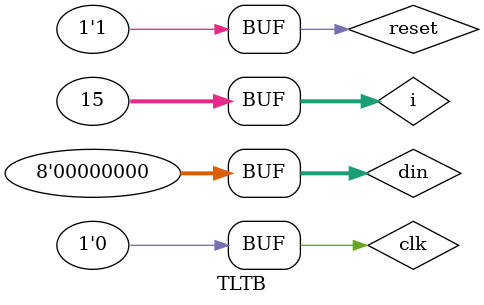
<source format=v>
`timescale 1ns / 1ps


module TLTB;

reg [7:0] din;
reg clk, reset;
integer i = 0;

TopLevel DUT (.din(din), .clk(clk), .reset(reset));

always
begin
clk = 0;
reset = 1;
#5
reset = 0;
#5
clk = 1;
#5
clk = 0;
din = 8'b1000_0111; //Address A0
#5
clk = 1;
#5
clk = 0;
din = 8'b0000_0001; //Address A1
#5
clk = 1;
#5
clk = 0;
din = 8'b1010_1010; //Addres A2
#5
clk = 1;
#5
clk = 0;
din = 8'b0101_0101; //Address A3
#5
clk = 1;
#5
clk = 0;
din = 8'b0110_1001; //Address A4
#5
clk = 1;
#5
clk = 0;
din = 8'b1001_0110; //Address A5
#5
clk = 1;
#5
clk = 0;
din = 8'b0010_1101; //Address A6
#5
clk = 1;
#5
clk = 0;
din = 8'b0000_0000; //Address A7

reset = 1;
for (i = 0; i < 15; i = i + 1)
    begin
    #5
    clk = 1;
    #5
    clk = 0;
    end
    
end
endmodule

</source>
